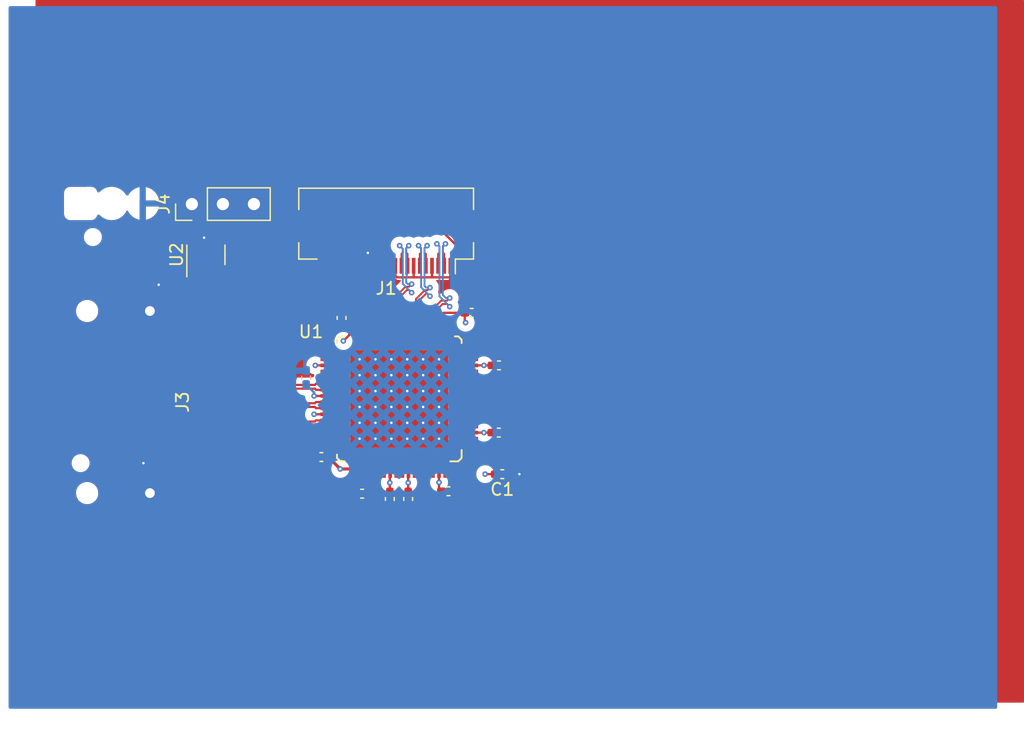
<source format=kicad_pcb>
(kicad_pcb (version 20210126) (generator pcbnew)
  (layers (0 "F.Cu" signal) (1 "In1.Cu" signal) (2 "In2.Cu" signal) (31 "B.Cu" signal) (34 "B.Paste" user) (35 "F.Paste" user) (36 "B.SilkS" user "B.Silkscreen") (37 "F.SilkS" user "F.Silkscreen") (38 "B.Mask" user) (39 "F.Mask" user) (44 "Edge.Cuts" user))
  (net 0 "")
  (net 1 "VCC_1.8")
  (net 2 "/LVDS/SDA1")
  (net 3 "/LVDS/SCL1")
  (net 4 "GND")
  (net 11 "/LVDS/DSI0_C_P")
  (net 12 "/LVDS/DSI0_C_N")
  (net 13 "/LVDS/DSI0_D1_P")
  (net 14 "/LVDS/DSI0_D1_N")
  (net 15 "/LVDS/DSI0_D0_P")
  (net 16 "/LVDS/DSI0_D0_N")
  (net 17 "VCC_3.3")
  (net 29 "/LVDS/CLKIN+")
  (net 30 "/LVDS/CLKIN-")
  (net 31 "/LVDS/RIN2+")
  (net 32 "/LVDS/RIN2-")
  (net 33 "/LVDS/RIN1+")
  (net 34 "/LVDS/RIN1-")
  (net 35 "/LVDS/RIN0+")
  (net 36 "/LVDS/RIN0-")
  (net 60 "Net-(J4-Pad2)")
  (net 63 "/LVDS/THERMISTOR2")
  (net 64 "/LVDS/THERMISTOR1")
  (net 65 "/LVDS/LED_CATHODE6")
  (net 66 "/LVDS/LED_CATHODE5")
  (net 67 "/LVDS/LED_CATHODE4")
  (net 68 "/LVDS/LED_CATHODE3")
  (net 69 "/LVDS/LED_CATHODE2")
  (net 70 "/LVDS/LED_CATHODE1")
  (net 71 "/LVDS/LED_ANODE")
  (net 72 "/LVDS/DDC_DATA")
  (net 73 "/LVDS/DDC_CLK")
  (footprint "footprints:SN65DSI83TPAPRQ1" (layer "F.Cu") (at 140.575 62.15 180)
    (fp_text reference "U1")
    (fp_text value "SN65DSI83TPAPRQ1" hide)
  )
  (footprint "Capacitor_SMD:C_0402_1005Metric_Pad0.74x0.62mm_HandSolder" (layer "F.Cu") (at 146.5 55.1)
    (fp_text reference "C8" hide)
    (fp_text value "100nF")
  )
  (footprint "Capacitor_SMD:C_0402_1005Metric_Pad0.74x0.62mm_HandSolder" (layer "F.Cu") (at 134.2 66.9 180)
    (fp_text reference "C2" hide)
    (fp_text value "100nF")
  )
  (footprint "Capacitor_SMD:C_0402_1005Metric_Pad0.74x0.62mm_HandSolder" (layer "F.Cu") (at 148.7175 64.9)
    (fp_text reference "C9" hide)
    (fp_text value "100nF")
  )
  (footprint "Capacitor_SMD:C_0402_1005Metric_Pad0.74x0.62mm_HandSolder" (layer "F.Cu") (at 137.5325 69.9)
    (fp_text reference "C7" hide)
    (fp_text value "100nF")
  )
  (footprint "Capacitor_SMD:C_0402_1005Metric_Pad0.74x0.62mm_HandSolder" (layer "F.Cu") (at 148.7325 59.4)
    (fp_text reference "C13" hide)
    (fp_text value "100nF")
  )
  (footprint "Capacitor_SMD:C_0402_1005Metric_Pad0.74x0.62mm_HandSolder" (layer "F.Cu") (at 141.3 70.3325 -90)
    (fp_text reference "C11" hide)
    (fp_text value "100nF")
  )
  (footprint "Capacitor_SMD:C_0402_1005Metric_Pad0.74x0.62mm_HandSolder" (layer "F.Cu") (at 139.8 70.3325 -90)
    (fp_text reference "C12" hide)
    (fp_text value "100nF")
  )
  (footprint "Package_TO_SOT_SMD:SOT-23-5" (layer "F.Cu") (at 124.75 50.35 90)
    (fp_text reference "U2")
    (fp_text value "MIC5504-1.8YM5")
  )
  (footprint "Connector_FFC-FPC:Hirose_FH12-22S-0.5SH_1x22-1MP_P0.50mm_Horizontal" (layer "F.Cu") (at 139.5 49.4 180)
    (fp_text reference "J1")
    (fp_text value "Conn_01x22_Female")
  )
  (footprint "Connector_PinHeader_2.54mm:PinHeader_1x03_P2.54mm_Vertical" (layer "F.Cu") (at 123.6 46.2 90)
    (fp_text reference "J4")
    (fp_text value "Conn_01x03_Female" hide)
  )
  (footprint "Capacitor_SMD:C_0402_1005Metric_Pad0.74x0.62mm_HandSolder" (layer "F.Cu") (at 144.6 69.7)
    (fp_text reference "C6" hide)
    (fp_text value "100nF")
  )
  (footprint "Capacitor_SMD:C_0402_1005Metric_Pad0.74x0.62mm_HandSolder" (layer "F.Cu") (at 135.85 55.5175 90)
    (fp_text reference "C4" hide)
    (fp_text value "100nF")
  )
  (footprint "Capacitor_SMD:C_0402_1005Metric_Pad0.74x0.62mm_HandSolder" (layer "F.Cu") (at 149 68.3)
    (fp_text reference "C1")
    (fp_text value "10uF")
  )
  (footprint "footprints:20474-030E-11" (layer "F.Cu") (at 121.736415 62.4 90)
    (fp_text reference "J3")
    (fp_text value "Conn_01x34_Female")
  )
  (footprint "Capacitor_SMD:C_0402_1005Metric_Pad0.74x0.62mm_HandSolder" (layer "B.Cu") (at 132.95 60.4 90)
    (fp_text reference "C5" hide)
    (fp_text value "100nF")
  )
  (segment (start 134.85 65.9) (end 134.85 66.8175) (width 0.19) (layer "F.Cu") (net 1))
  (segment (start 134.85 63.4) (end 133.6 63.4) (width 0.19) (layer "F.Cu") (net 1))
  (segment (start 148.15 64.9) (end 146.3 64.9) (width 0.19) (layer "F.Cu") (net 1))
  (segment (start 141.3 69.765) (end 141.3 67.900001) (width 0.19) (layer "F.Cu") (net 1))
  (segment (start 136.825 56.425) (end 136.475 56.425) (width 0.19) (layer "F.Cu") (net 1))
  (segment (start 144.0325 69.7) (end 143.825001 69.492501) (width 0.19) (layer "F.Cu") (net 1))
  (segment (start 148.4325 68.3) (end 147.6 68.3) (width 0.19) (layer "F.Cu") (net 1))
  (segment (start 136.475 56.925) (end 136 57.4) (width 0.19) (layer "F.Cu") (net 1))
  (segment (start 136.475 56.425) (end 136.475 56.925) (width 0.19) (layer "F.Cu") (net 1))
  (segment (start 143.825001 55.51) (end 144.235001 55.1) (width 0.19) (layer "F.Cu") (net 1))
  (segment (start 145.9325 55.1) (end 145.9325 55.8325) (width 0.19) (layer "F.Cu") (net 1))
  (segment (start 145.9325 55.8325) (end 146 55.9) (width 0.19) (layer "F.Cu") (net 1))
  (segment (start 144.235001 55.1) (end 145.9325 55.1) (width 0.19) (layer "F.Cu") (net 1))
  (segment (start 123.8 49.2125) (end 124.3375 49.2125) (width 0.254) (layer "F.Cu") (net 1))
  (segment (start 143.825001 69.492501) (end 143.825001 67.875) (width 0.19) (layer "F.Cu") (net 1))
  (segment (start 141.3 67.900001) (end 141.325001 67.875) (width 0.19) (layer "F.Cu") (net 1))
  (segment (start 136.825 67.875) (end 136.825 69.76) (width 0.25) (layer "F.Cu") (net 1))
  (segment (start 135.7425 67.875) (end 135.58375 67.71625) (width 0.25) (layer "F.Cu") (net 1))
  (segment (start 134.85 59.4) (end 133.7 59.4) (width 0.19) (layer "F.Cu") (net 1))
  (segment (start 133.7 61.9) (end 133.6 61.9) (width 0.19) (layer "F.Cu") (net 1))
  (segment (start 134.85 61.9) (end 133.7 61.9) (width 0.19) (layer "F.Cu") (net 1))
  (segment (start 139.8 67.899999) (end 139.824999 67.875) (width 0.19) (layer "F.Cu") (net 1))
  (segment (start 136.825 69.76) (end 136.965 69.9) (width 0.25) (layer "F.Cu") (net 1))
  (segment (start 134.85 66.8175) (end 134.7675 66.9) (width 0.19) (layer "F.Cu") (net 1))
  (segment (start 148.165 59.4) (end 146.3 59.4) (width 0.19) (layer "F.Cu") (net 1))
  (segment (start 143.825001 56.425) (end 143.825001 55.51) (width 0.19) (layer "F.Cu") (net 1))
  (segment (start 139.8 69.765) (end 139.8 67.899999) (width 0.19) (layer "F.Cu") (net 1))
  (segment (start 136.19 56.425) (end 135.85 56.085) (width 0.19) (layer "F.Cu") (net 1))
  (segment (start 136.475 56.425) (end 136.19 56.425) (width 0.19) (layer "F.Cu") (net 1))
  (segment (start 124.3375 49.2125) (end 124.6 48.95) (width 0.254) (layer "F.Cu") (net 1))
  (segment (start 135.58375 67.71625) (end 134.7675 66.9) (width 0.25) (layer "F.Cu") (net 1))
  (segment (start 136.825 67.875) (end 135.7425 67.875) (width 0.25) (layer "F.Cu") (net 1))
  (via (at 133.6 63.4) (size 0.45) (drill 0.2) (layers "F.Cu" "B.Cu") (net 1))
  (via (at 139.8 69) (size 0.45) (drill 0.2) (layers "F.Cu" "B.Cu") (net 1))
  (via (at 141.3 69) (size 0.45) (drill 0.2) (layers "F.Cu" "B.Cu") (net 1))
  (via (at 124.6 48.95) (size 0.45) (drill 0.2) (layers "F.Cu" "B.Cu") (net 1))
  (via (at 136 57.4) (size 0.45) (drill 0.2) (layers "F.Cu" "B.Cu") (net 1))
  (via (at 147.6 68.3) (size 0.45) (drill 0.2) (layers "F.Cu" "B.Cu") (net 1))
  (via (at 135.7425 67.875) (size 0.45) (drill 0.2) (layers "F.Cu" "B.Cu") (net 1))
  (via (at 147.5 64.9) (size 0.45) (drill 0.2) (layers "F.Cu" "B.Cu") (net 1))
  (via (at 133.7 59.4) (size 0.45) (drill 0.2) (layers "F.Cu" "B.Cu") (net 1))
  (via (at 133.6 61.9) (size 0.45) (drill 0.2) (layers "F.Cu" "B.Cu") (net 1))
  (via (at 146 55.9) (size 0.45) (drill 0.2) (layers "F.Cu" "B.Cu") (net 1))
  (via (at 147.5 59.4) (size 0.45) (drill 0.2) (layers "F.Cu" "B.Cu") (net 1))
  (via (at 143.825001 68.974999) (size 0.45) (drill 0.2) (layers "F.Cu" "B.Cu") (net 1))
  (segment (start 133.6 61.9) (end 133.6 61.6175) (width 0.19) (layer "B.Cu") (net 1))
  (segment (start 133.6 61.6175) (end 132.95 60.9675) (width 0.19) (layer "B.Cu") (net 1))
  (segment (start 148.2 52) (end 144.3 48.1) (width 0.19) (layer "F.Cu") (net 2))
  (segment (start 144.3 48.1) (end 136.6 48.1) (width 0.19) (layer "F.Cu") (net 2))
  (segment (start 136.6 48.1) (end 134.75 49.95) (width 0.19) (layer "F.Cu") (net 2))
  (segment (start 146.3 58.4) (end 148.2 56.5) (width 0.19) (layer "F.Cu") (net 2))
  (segment (start 134.75 49.95) (end 134.75 51.25) (width 0.19) (layer "F.Cu") (net 2))
  (segment (start 148.2 56.5) (end 148.2 52) (width 0.19) (layer "F.Cu") (net 2))
  (segment (start 147.8 52.13743) (end 144.26257 48.6) (width 0.19) (layer "F.Cu") (net 3))
  (segment (start 145.385 58.899999) (end 145.289989 58.804988) (width 0.19) (layer "F.Cu") (net 3))
  (segment (start 145.289989 58.804988) (end 145.289989 58.021992) (width 0.19) (layer "F.Cu") (net 3))
  (segment (start 144.26257 48.6) (end 136.7 48.6) (width 0.19) (layer "F.Cu") (net 3))
  (segment (start 147.8 55.511981) (end 147.8 52.13743) (width 0.19) (layer "F.Cu") (net 3))
  (segment (start 136.7 48.6) (end 135.25 50.05) (width 0.19) (layer "F.Cu") (net 3))
  (segment (start 145.289989 58.021992) (end 147.8 55.511981) (width 0.19) (layer "F.Cu") (net 3))
  (segment (start 135.25 50.05) (end 135.25 51.25) (width 0.19) (layer "F.Cu") (net 3))
  (segment (start 146.3 58.899999) (end 145.385 58.899999) (width 0.19) (layer "F.Cu") (net 3))
  (segment (start 118.636415 68.2) (end 117.973395 68.2) (width 0.19) (layer "F.Cu") (net 4))
  (segment (start 117.901404 62.335011) (end 118.036415 62.2) (width 0.19) (layer "F.Cu") (net 4))
  (segment (start 118.636415 61) (end 117.973395 61) (width 0.19) (layer "F.Cu") (net 4))
  (segment (start 141.75 52.160688) (end 141.784312 52.195) (width 0.19) (layer "F.Cu") (net 4))
  (segment (start 117.973395 63.4) (end 117.901404 63.328009) (width 0.19) (layer "F.Cu") (net 4))
  (segment (start 120.486415 54.03) (end 120.486415 53.2) (width 0.254) (layer "F.Cu") (net 4))
  (segment (start 144.75 52.25) (end 144.75 52.7825) (width 0.19) (layer "F.Cu") (net 4))
  (segment (start 117.901404 68.128009) (end 117.901404 64.671991) (width 0.19) (layer "F.Cu") (net 4))
  (segment (start 141.784312 52.195) (end 143.355 52.195) (width 0.19) (layer "F.Cu") (net 4))
  (segment (start 141.325001 56.425) (end 141.325001 58.799999) (width 0.19) (layer "F.Cu") (net 4))
  (segment (start 140.128009 52.185011) (end 140.25 52.06302) (width 0.19) (layer "F.Cu") (net 4))
  (segment (start 138.628009 50.314989) (end 138.75 50.43698) (width 0.19) (layer "F.Cu") (net 4))
  (segment (start 138.75 50.43698) (end 138.75 51.25) (width 0.19) (layer "F.Cu") (net 4))
  (segment (start 117.901404 63.328009) (end 117.901404 62.335011) (width 0.19) (layer "F.Cu") (net 4))
  (segment (start 138.324999 69.675001) (end 138.1 69.9) (width 0.25) (layer "F.Cu") (net 4))
  (segment (start 143.25 52.09) (end 143.355 52.195) (width 0.19) (layer "F.Cu") (net 4))
  (segment (start 144.695 52.195) (end 144.75 52.25) (width 0.19) (layer "F.Cu") (net 4))
  (segment (start 139.824999 56.425) (end 139.824999 58.799999) (width 0.19) (layer "F.Cu") (net 4))
  (segment (start 138.75 51.25) (end 138.75 52.09) (width 0.19) (layer "F.Cu") (net 4))
  (segment (start 137.985011 50.211495) (end 137.999422 50.197084) (width 0.19) (layer "F.Cu") (net 4))
  (segment (start 143.25 51.25) (end 143.25 52.09) (width 0.19) (layer "F.Cu") (net 4))
  (segment (start 143.355 52.195) (end 144.695 52.195) (width 0.19) (layer "F.Cu") (net 4))
  (segment (start 117.886415 64.51302) (end 117.886415 63.48698) (width 0.19) (layer "F.Cu") (net 4))
  (segment (start 118.036415 62.2) (end 118.636415 62.2) (width 0.19) (layer "F.Cu") (net 4))
  (segment (start 149.5675 68.3) (end 150.4 68.3) (width 0.19) (layer "F.Cu") (net 4))
  (segment (start 139.824999 58.799999) (end 139.924999 58.899999) (width 0.19) (layer "F.Cu") (net 4))
  (segment (start 117.973395 64.6) (end 117.886415 64.51302) (width 0.19) (layer "F.Cu") (net 4))
  (segment (start 137.25 52.06302) (end 137.25 51.25) (width 0.19) (layer "F.Cu") (net 4))
  (segment (start 144.75 51.25) (end 144.75 52.7825) (width 0.19) (layer "F.Cu") (net 4))
  (segment (start 140.38198 52.195) (end 140.25 52.06302) (width 0.19) (layer "F.Cu") (net 4))
  (segment (start 117.901404 64.671991) (end 117.973395 64.6) (width 0.19) (layer "F.Cu") (net 4))
  (segment (start 118.636415 68.2) (end 118.636415 69.1) (width 0.19) (layer "F.Cu") (net 4))
  (segment (start 137.25 50.41) (end 137.345011 50.314989) (width 0.19) (layer "F.Cu") (net 4))
  (segment (start 144.75 52.7825) (end 147.0675 55.1) (width 0.19) (layer "F.Cu") (net 4))
  (segment (start 117.886415 63.48698) (end 117.973395 63.4) (width 0.19) (layer "F.Cu") (net 4))
  (segment (start 120.486415 53.2) (end 120.886415 52.8) (width 0.254) (layer "F.Cu") (net 4))
  (segment (start 135.845011 52.185011) (end 137.128009 52.185011) (width 0.19) (layer "F.Cu") (net 4))
  (segment (start 138.324999 65.700003) (end 138.625001 65.400001) (width 0.19) (layer "F.Cu") (net 4))
  (segment (start 138.845011 52.185011) (end 140.128009 52.185011) (width 0.19) (layer "F.Cu") (net 4))
  (segment (start 117.901404 61.071991) (end 117.901404 62.064989) (width 0.19) (layer "F.Cu") (net 4))
  (segment (start 140.25 52.06302) (end 140.25 51.25) (width 0.19) (layer "F.Cu") (net 4))
  (segment (start 122.371415 54.03) (end 122.116415 54.03) (width 0.254) (layer "F.Cu") (net 4))
  (segment (start 138.75 52.09) (end 138.845011 52.185011) (width 0.19) (layer "F.Cu") (net 4))
  (segment (start 118.636415 63.4) (end 117.973395 63.4) (width 0.19) (layer "F.Cu") (net 4))
  (segment (start 137.985011 50.314989) (end 138.628009 50.314989) (width 0.19) (layer "F.Cu") (net 4))
  (segment (start 141.325001 58.799999) (end 141.225001 58.899999) (width 0.19) (layer "F.Cu") (net 4))
  (segment (start 122.116415 54.03) (end 120.886415 52.8) (width 0.254) (layer "F.Cu") (net 4))
  (segment (start 137.128009 52.185011) (end 137.25 52.06302) (width 0.19) (layer "F.Cu") (net 4))
  (segment (start 117.973395 68.2) (end 117.901404 68.128009) (width 0.19) (layer "F.Cu") (net 4))
  (segment (start 135.75 51.25) (end 135.75 52.09) (width 0.19) (layer "F.Cu") (net 4))
  (segment (start 117.973395 61) (end 117.901404 61.071991) (width 0.19) (layer "F.Cu") (net 4))
  (segment (start 141.75 51.25) (end 141.75 52.160688) (width 0.19) (layer "F.Cu") (net 4))
  (segment (start 137.985011 50.314989) (end 137.985011 50.211495) (width 0.19) (layer "F.Cu") (net 4))
  (segment (start 137.25 51.25) (end 137.25 50.41) (width 0.19) (layer "F.Cu") (net 4))
  (segment (start 138.324999 67.875) (end 138.324999 65.700003) (width 0.19) (layer "F.Cu") (net 4))
  (segment (start 117.901404 62.064989) (end 118.036415 62.2) (width 0.19) (layer "F.Cu") (net 4))
  (segment (start 137.345011 50.314989) (end 137.985011 50.314989) (width 0.19) (layer "F.Cu") (net 4))
  (segment (start 135.75 52.09) (end 135.845011 52.185011) (width 0.19) (layer "F.Cu") (net 4))
  (segment (start 141.784312 52.195) (end 140.38198 52.195) (width 0.19) (layer "F.Cu") (net 4))
  (segment (start 138.324999 67.875) (end 138.324999 69.675001) (width 0.25) (layer "F.Cu") (net 4))
  (segment (start 118.636415 64.6) (end 117.973395 64.6) (width 0.19) (layer "F.Cu") (net 4))
  (via (at 150.4 68.3) (size 0.45) (drill 0.2) (layers "F.Cu" "B.Cu") (net 4))
  (via (at 137.999422 50.197084) (size 0.45) (drill 0.2) (layers "F.Cu" "B.Cu") (net 4))
  (via (at 120.886415 52.8) (size 0.45) (drill 0.2) (layers "F.Cu" "B.Cu") (net 4))
  (segment (start 141.373 53.238505) (end 141.192369 53.238505) (width 0.15) (layer "F.Cu") (net 11))
  (segment (start 141.584495 53.45) (end 141.373 53.238505) (width 0.15) (layer "F.Cu") (net 11))
  (segment (start 141.192369 53.238505) (end 140.713505 53.717369) (width 0.15) (layer "F.Cu") (net 11))
  (segment (start 140.713505 55.226004) (end 140.825 55.337499) (width 0.15) (layer "F.Cu") (net 11))
  (segment (start 140.713505 53.717369) (end 140.713505 55.226004) (width 0.15) (layer "F.Cu") (net 11))
  (segment (start 140.861495 50.163504) (end 140.75 50.274999) (width 0.15) (layer "F.Cu") (net 11))
  (segment (start 140.75 50.274999) (end 140.75 51.25) (width 0.15) (layer "F.Cu") (net 11))
  (segment (start 140.6 49.6) (end 140.861495 49.861495) (width 0.15) (layer "F.Cu") (net 11))
  (segment (start 140.861495 49.861495) (end 140.861495 50.163504) (width 0.15) (layer "F.Cu") (net 11))
  (segment (start 140.825 55.337499) (end 140.825 56.425) (width 0.15) (layer "F.Cu") (net 11))
  (via (at 140.6 49.6) (size 0.45) (drill 0.2) (layers "F.Cu" "B.Cu") (net 11))
  (via (at 141.584495 53.45) (size 0.45) (drill 0.2) (layers "F.Cu" "B.Cu") (net 11))
  (segment (start 140.6 49.6) (end 140.861495 49.861495) (width 0.15) (layer "B.Cu") (net 11))
  (segment (start 140.861495 52.727) (end 140.861495 49.861495) (width 0.15) (layer "B.Cu") (net 11))
  (segment (start 140.861495 52.727) (end 141.584495 53.45) (width 0.15) (layer "B.Cu") (net 11))
  (segment (start 140.354977 54.456026) (end 140.377138 54.448271) (width 0.15) (layer "F.Cu") (net 12))
  (segment (start 140.286153 54.748271) (end 140.266273 54.73578) (width 0.15) (layer "F.Cu") (net 12))
  (segment (start 140.354977 54.761283) (end 140.308314 54.756026) (width 0.15) (layer "F.Cu") (net 12))
  (segment (start 140.377138 54.448271) (end 140.397018 54.43578) (width 0.15) (layer "F.Cu") (net 12))
  (segment (start 140.325 56.425) (end 140.325 55.337499) (width 0.15) (layer "F.Cu") (net 12))
  (segment (start 140.226795 54.653805) (end 140.226795 54.563505) (width 0.15) (layer "F.Cu") (net 12))
  (segment (start 140.226795 54.563505) (end 140.229424 54.540173) (width 0.15) (layer "F.Cu") (net 12))
  (segment (start 140.286153 54.469038) (end 140.308314 54.461283) (width 0.15) (layer "F.Cu") (net 12))
  (segment (start 140.229424 54.540173) (end 140.237179 54.518012) (width 0.15) (layer "F.Cu") (net 12))
  (segment (start 141.138505 49.811495) (end 141.138505 50.163504) (width 0.15) (layer "F.Cu") (net 12))
  (segment (start 140.308314 54.756026) (end 140.286153 54.748271) (width 0.15) (layer "F.Cu") (net 12))
  (segment (start 140.436495 53.602627) (end 141.077627 52.961495) (width 0.15) (layer "F.Cu") (net 12))
  (segment (start 140.377138 54.769038) (end 140.354977 54.761283) (width 0.15) (layer "F.Cu") (net 12))
  (segment (start 140.229424 54.677136) (end 140.226795 54.653805) (width 0.15) (layer "F.Cu") (net 12))
  (segment (start 141.077627 52.961495) (end 141.373 52.961495) (width 0.15) (layer "F.Cu") (net 12))
  (segment (start 140.308314 54.461283) (end 140.354977 54.456026) (width 0.15) (layer "F.Cu") (net 12))
  (segment (start 141.35 49.6) (end 141.138505 49.811495) (width 0.15) (layer "F.Cu") (net 12))
  (segment (start 140.237179 54.518012) (end 140.24967 54.498132) (width 0.15) (layer "F.Cu") (net 12))
  (segment (start 140.237179 54.699297) (end 140.229424 54.677136) (width 0.15) (layer "F.Cu") (net 12))
  (segment (start 140.436495 55.226004) (end 140.436495 54.863505) (width 0.15) (layer "F.Cu") (net 12))
  (segment (start 140.426112 54.399297) (end 140.433867 54.377136) (width 0.15) (layer "F.Cu") (net 12))
  (segment (start 140.397018 54.781529) (end 140.377138 54.769038) (width 0.15) (layer "F.Cu") (net 12))
  (segment (start 140.266273 54.481529) (end 140.286153 54.469038) (width 0.15) (layer "F.Cu") (net 12))
  (segment (start 141.373 52.961495) (end 141.584495 52.75) (width 0.15) (layer "F.Cu") (net 12))
  (segment (start 140.436495 54.374508) (end 140.433867 54.377136) (width 0.15) (layer "F.Cu") (net 12))
  (segment (start 140.266273 54.73578) (end 140.24967 54.719177) (width 0.15) (layer "F.Cu") (net 12))
  (segment (start 141.25 50.274999) (end 141.25 51.25) (width 0.15) (layer "F.Cu") (net 12))
  (segment (start 140.397018 54.43578) (end 140.413621 54.419177) (width 0.15) (layer "F.Cu") (net 12))
  (segment (start 140.436495 54.863505) (end 140.433867 54.840173) (width 0.15) (layer "F.Cu") (net 12))
  (segment (start 140.24967 54.719177) (end 140.237179 54.699297) (width 0.15) (layer "F.Cu") (net 12))
  (segment (start 140.413621 54.798132) (end 140.397018 54.781529) (width 0.15) (layer "F.Cu") (net 12))
  (segment (start 140.433867 54.377136) (end 140.436495 54.353805) (width 0.15) (layer "F.Cu") (net 12))
  (segment (start 140.433867 54.840173) (end 140.426112 54.818012) (width 0.15) (layer "F.Cu") (net 12))
  (segment (start 140.436495 53.602627) (end 140.436495 54.374508) (width 0.15) (layer "F.Cu") (net 12))
  (segment (start 140.413621 54.419177) (end 140.426112 54.399297) (width 0.15) (layer "F.Cu") (net 12))
  (segment (start 140.24967 54.498132) (end 140.266273 54.481529) (width 0.15) (layer "F.Cu") (net 12))
  (segment (start 141.138505 50.163504) (end 141.25 50.274999) (width 0.15) (layer "F.Cu") (net 12))
  (segment (start 140.426112 54.818012) (end 140.413621 54.798132) (width 0.15) (layer "F.Cu") (net 12))
  (segment (start 140.325 55.337499) (end 140.436495 55.226004) (width 0.15) (layer "F.Cu") (net 12))
  (via (at 141.584495 52.75) (size 0.45) (drill 0.2) (layers "F.Cu" "B.Cu") (net 12))
  (via (at 141.35 49.6) (size 0.45) (drill 0.2) (layers "F.Cu" "B.Cu") (net 12))
  (segment (start 141.157941 52.222119) (end 141.169068 52.220866) (width 0.15) (layer "B.Cu") (net 12))
  (segment (start 141.139131 51.902056) (end 141.138505 51.896493) (width 0.15) (layer "B.Cu") (net 12))
  (segment (start 141.174352 51.923968) (end 141.169068 51.922119) (width 0.15) (layer "B.Cu") (net 12))
  (segment (start 141.169068 52.220866) (end 141.174352 52.219017) (width 0.15) (layer "B.Cu") (net 12))
  (segment (start 141.139131 52.240929) (end 141.14098 52.235645) (width 0.15) (layer "B.Cu") (net 12))
  (segment (start 141.143959 52.230905) (end 141.147917 52.226947) (width 0.15) (layer "B.Cu") (net 12))
  (segment (start 141.152657 52.223968) (end 141.157941 52.222119) (width 0.15) (layer "B.Cu") (net 12))
  (segment (start 141.584495 52.75) (end 141.276247 52.75) (width 0.15) (layer "B.Cu") (net 12))
  (segment (start 141.138505 52.246493) (end 141.139131 52.240929) (width 0.15) (layer "B.Cu") (net 12))
  (segment (start 141.152657 51.919017) (end 141.147917 51.916038) (width 0.15) (layer "B.Cu") (net 12))
  (segment (start 141.169068 51.922119) (end 141.157941 51.920866) (width 0.15) (layer "B.Cu") (net 12))
  (segment (start 141.276247 52.75) (end 141.138505 52.612258) (width 0.15) (layer "B.Cu") (net 12))
  (segment (start 141.14098 52.235645) (end 141.143959 52.230905) (width 0.15) (layer "B.Cu") (net 12))
  (segment (start 141.188505 52.196493) (end 141.188505 51.946493) (width 0.15) (layer "B.Cu") (net 12))
  (segment (start 141.138505 52.612258) (end 141.138505 52.246493) (width 0.15) (layer "B.Cu") (net 12))
  (segment (start 141.14098 51.90734) (end 141.139131 51.902056) (width 0.15) (layer "B.Cu") (net 12))
  (segment (start 141.157941 51.920866) (end 141.152657 51.919017) (width 0.15) (layer "B.Cu") (net 12))
  (segment (start 141.187878 51.940929) (end 141.186029 51.935645) (width 0.15) (layer "B.Cu") (net 12))
  (segment (start 141.186029 52.20734) (end 141.187878 52.202056) (width 0.15) (layer "B.Cu") (net 12))
  (segment (start 141.188505 51.946493) (end 141.187878 51.940929) (width 0.15) (layer "B.Cu") (net 12))
  (segment (start 141.138505 49.811495) (end 141.138505 51.896493) (width 0.15) (layer "B.Cu") (net 12))
  (segment (start 141.179092 51.926947) (end 141.174352 51.923968) (width 0.15) (layer "B.Cu") (net 12))
  (segment (start 141.18305 52.21208) (end 141.186029 52.20734) (width 0.15) (layer "B.Cu") (net 12))
  (segment (start 141.147917 51.916038) (end 141.143959 51.91208) (width 0.15) (layer "B.Cu") (net 12))
  (segment (start 141.174352 52.219017) (end 141.179092 52.216038) (width 0.15) (layer "B.Cu") (net 12))
  (segment (start 141.186029 51.935645) (end 141.18305 51.930905) (width 0.15) (layer "B.Cu") (net 12))
  (segment (start 141.147917 52.226947) (end 141.152657 52.223968) (width 0.15) (layer "B.Cu") (net 12))
  (segment (start 141.143959 51.91208) (end 141.14098 51.90734) (width 0.15) (layer "B.Cu") (net 12))
  (segment (start 141.179092 52.216038) (end 141.18305 52.21208) (width 0.15) (layer "B.Cu") (net 12))
  (segment (start 141.187878 52.202056) (end 141.188505 52.196493) (width 0.15) (layer "B.Cu") (net 12))
  (segment (start 141.138505 49.811495) (end 141.35 49.6) (width 0.15) (layer "B.Cu") (net 12))
  (segment (start 141.18305 51.930905) (end 141.179092 51.926947) (width 0.15) (layer "B.Cu") (net 12))
  (segment (start 142.213504 54.082372) (end 142.770471 53.525405) (width 0.15) (layer "F.Cu") (net 13))
  (segment (start 142.361495 50.163504) (end 142.25 50.274999) (width 0.15) (layer "F.Cu") (net 13))
  (segment (start 142.324999 55.337499) (end 142.213504 55.226004) (width 0.15) (layer "F.Cu") (net 13))
  (segment (start 142.324999 56.425) (end 142.324999 55.337499) (width 0.15) (layer "F.Cu") (net 13))
  (segment (start 142.770471 53.525405) (end 142.873 53.525405) (width 0.15) (layer "F.Cu") (net 13))
  (segment (start 142.25 50.274999) (end 142.25 51.25) (width 0.15) (layer "F.Cu") (net 13))
  (segment (start 142.873 53.525405) (end 143.084495 53.7369) (width 0.15) (layer "F.Cu") (net 13))
  (segment (start 142.15 49.6) (end 142.361495 49.811495) (width 0.15) (layer "F.Cu") (net 13))
  (segment (start 142.361495 49.811495) (end 142.361495 50.163504) (width 0.15) (layer "F.Cu") (net 13))
  (segment (start 142.213504 55.226004) (end 142.213504 54.082372) (width 0.15) (layer "F.Cu") (net 13))
  (via (at 143.084495 53.7369) (size 0.45) (drill 0.2) (layers "F.Cu" "B.Cu") (net 13))
  (via (at 142.15 49.6) (size 0.45) (drill 0.2) (layers "F.Cu" "B.Cu") (net 13))
  (segment (start 143.084495 53.7369) (end 142.361495 53.0139) (width 0.15) (layer "B.Cu") (net 13))
  (segment (start 142.361495 49.811495) (end 142.15 49.6) (width 0.15) (layer "B.Cu") (net 13))
  (segment (start 142.361495 53.0139) (end 142.361495 49.811495) (width 0.15) (layer "B.Cu") (net 13))
  (segment (start 141.936495 54.513508) (end 141.936494 53.96763) (width 0.15) (layer "F.Cu") (net 14))
  (segment (start 141.917059 54.939131) (end 141.905933 54.937877) (width 0.15) (layer "F.Cu") (net 14))
  (segment (start 141.888972 54.924351) (end 141.887123 54.919066) (width 0.15) (layer "F.Cu") (net 14))
  (segment (start 142.873 53.248395) (end 143.084495 53.0369) (width 0.15) (layer "F.Cu") (net 14))
  (segment (start 142.85 49.6) (end 142.638505 49.811495) (width 0.15) (layer "F.Cu") (net 14))
  (segment (start 142.75 50.274999) (end 142.75 51.25) (width 0.15) (layer "F.Cu") (net 14))
  (segment (start 142.655729 53.248395) (end 142.873 53.248395) (width 0.15) (layer "F.Cu") (net 14))
  (segment (start 141.887125 54.657939) (end 141.888974 54.652655) (width 0.15) (layer "F.Cu") (net 14))
  (segment (start 141.936495 55.226004) (end 141.936495 54.963505) (width 0.15) (layer "F.Cu") (net 14))
  (segment (start 141.934023 54.62435) (end 141.935872 54.619066) (width 0.15) (layer "F.Cu") (net 14))
  (segment (start 141.927086 54.633048) (end 141.931044 54.62909) (width 0.15) (layer "F.Cu") (net 14))
  (segment (start 141.887123 54.919066) (end 141.886497 54.913503) (width 0.15) (layer "F.Cu") (net 14))
  (segment (start 141.936494 53.96763) (end 142.655729 53.248395) (width 0.15) (layer "F.Cu") (net 14))
  (segment (start 141.891951 54.929091) (end 141.888972 54.924351) (width 0.15) (layer "F.Cu") (net 14))
  (segment (start 141.922343 54.94098) (end 141.917059 54.939131) (width 0.15) (layer "F.Cu") (net 14))
  (segment (start 141.935872 54.619066) (end 141.936499 54.613503) (width 0.15) (layer "F.Cu") (net 14))
  (segment (start 141.825 55.337499) (end 141.936495 55.226004) (width 0.15) (layer "F.Cu") (net 14))
  (segment (start 141.895911 54.643957) (end 141.900651 54.640978) (width 0.15) (layer "F.Cu") (net 14))
  (segment (start 141.927083 54.943959) (end 141.922343 54.94098) (width 0.15) (layer "F.Cu") (net 14))
  (segment (start 141.931044 54.62909) (end 141.934023 54.62435) (width 0.15) (layer "F.Cu") (net 14))
  (segment (start 141.935869 54.957941) (end 141.93402 54.952657) (width 0.15) (layer "F.Cu") (net 14))
  (segment (start 141.936499 54.613503) (end 141.936496 54.663505) (width 0.15) (layer "F.Cu") (net 14))
  (segment (start 141.917062 54.637876) (end 141.922346 54.636027) (width 0.15) (layer "F.Cu") (net 14))
  (segment (start 141.891952 54.647915) (end 141.895911 54.643957) (width 0.15) (layer "F.Cu") (net 14))
  (segment (start 141.905935 54.639129) (end 141.917062 54.637876) (width 0.15) (layer "F.Cu") (net 14))
  (segment (start 141.900649 54.936028) (end 141.895909 54.933049) (width 0.15) (layer "F.Cu") (net 14))
  (segment (start 141.931041 54.947917) (end 141.927083 54.943959) (width 0.15) (layer "F.Cu") (net 14))
  (segment (start 142.638505 49.811495) (end 142.638505 50.163504) (width 0.15) (layer "F.Cu") (net 14))
  (segment (start 141.922346 54.636027) (end 141.927086 54.633048) (width 0.15) (layer "F.Cu") (net 14))
  (segment (start 141.886498 54.663503) (end 141.887125 54.657939) (width 0.15) (layer "F.Cu") (net 14))
  (segment (start 141.888974 54.652655) (end 141.891952 54.647915) (width 0.15) (layer "F.Cu") (net 14))
  (segment (start 141.895909 54.933049) (end 141.891951 54.929091) (width 0.15) (layer "F.Cu") (net 14))
  (segment (start 141.886497 54.913503) (end 141.886498 54.663503) (width 0.15) (layer "F.Cu") (net 14))
  (segment (start 141.900651 54.640978) (end 141.905935 54.639129) (width 0.15) (layer "F.Cu") (net 14))
  (segment (start 141.905933 54.937877) (end 141.900649 54.936028) (width 0.15) (layer "F.Cu") (net 14))
  (segment (start 141.936496 54.663505) (end 141.936495 54.513508) (width 0.15) (layer "F.Cu") (net 14))
  (segment (start 141.936495 54.963505) (end 141.935869 54.957941) (width 0.15) (layer "F.Cu") (net 14))
  (segment (start 141.93402 54.952657) (end 141.931041 54.947917) (width 0.15) (layer "F.Cu") (net 14))
  (segment (start 142.638505 50.163504) (end 142.75 50.274999) (width 0.15) (layer "F.Cu") (net 14))
  (segment (start 141.825 56.425) (end 141.825 55.337499) (width 0.15) (layer "F.Cu") (net 14))
  (via (at 142.85 49.6) (size 0.45) (drill 0.2) (layers "F.Cu" "B.Cu") (net 14))
  (via (at 143.084495 53.0369) (size 0.45) (drill 0.2) (layers "F.Cu" "B.Cu") (net 14))
  (segment (start 143.084495 53.0369) (end 142.776247 53.0369) (width 0.15) (layer "B.Cu") (net 14))
  (segment (start 142.638505 49.811495) (end 142.85 49.6) (width 0.15) (layer "B.Cu") (net 14))
  (segment (start 142.638505 52.899158) (end 142.638505 49.811495) (width 0.15) (layer "B.Cu") (net 14))
  (segment (start 142.776247 53.0369) (end 142.638505 52.899158) (width 0.15) (layer "B.Cu") (net 14))
  (segment (start 143.75 50.274999) (end 143.75 51.25) (width 0.15) (layer "F.Cu") (net 15))
  (segment (start 143.325 56.425) (end 143.325 55.849999) (width 0.15) (layer "F.Cu") (net 15))
  (segment (start 143.325 55.849999) (end 143.213505 55.738504) (width 0.15) (layer "F.Cu") (net 15))
  (segment (start 143.861495 50.163504) (end 143.75 50.274999) (width 0.15) (layer "F.Cu") (net 15))
  (segment (start 144.488505 54.378505) (end 144.7 54.59) (width 0.15) (layer "F.Cu") (net 15))
  (segment (start 143.65 49.45) (end 143.861495 49.661495) (width 0.15) (layer "F.Cu") (net 15))
  (segment (start 143.213505 55.738504) (end 143.213505 55.282371) (width 0.15) (layer "F.Cu") (net 15))
  (segment (start 143.213505 55.282371) (end 144.117371 54.378505) (width 0.15) (layer "F.Cu") (net 15))
  (segment (start 144.117371 54.378505) (end 144.488505 54.378505) (width 0.15) (layer "F.Cu") (net 15))
  (segment (start 143.861495 49.661495) (end 143.861495 50.163504) (width 0.15) (layer "F.Cu") (net 15))
  (via (at 144.7 54.59) (size 0.45) (drill 0.2) (layers "F.Cu" "B.Cu") (net 15))
  (via (at 143.65 49.45) (size 0.45) (drill 0.2) (layers "F.Cu" "B.Cu") (net 15))
  (segment (start 144.7 54.59) (end 143.861495 53.751495) (width 0.15) (layer "B.Cu") (net 15))
  (segment (start 143.861495 53.751495) (end 143.861495 49.661495) (width 0.15) (layer "B.Cu") (net 15))
  (segment (start 143.861495 49.661495) (end 143.65 49.45) (width 0.15) (layer "B.Cu") (net 15))
  (segment (start 143.105554 54.971083) (end 143.098573 54.96233) (width 0.15) (layer "F.Cu") (net 16))
  (segment (start 143.349552 54.754575) (end 143.314196 54.789929) (width 0.15) (layer "F.Cu") (net 16))
  (segment (start 143.314196 54.789929) (end 143.420261 54.683863) (width 0.15) (layer "F.Cu") (net 16))
  (segment (start 143.318573 54.758066) (end 143.323616 54.760496) (width 0.15) (layer "F.Cu") (net 16))
  (segment (start 143.309819 54.751084) (end 143.318573 54.758066) (width 0.15) (layer "F.Cu") (net 16))
  (segment (start 143.098573 54.935728) (end 143.102062 54.931352) (width 0.15) (layer "F.Cu") (net 16))
  (segment (start 143.094897 54.951829) (end 143.094897 54.946231) (width 0.15) (layer "F.Cu") (net 16))
  (segment (start 144.138505 50.163504) (end 144.25 50.274999) (width 0.15) (layer "F.Cu") (net 16))
  (segment (start 143.420261 54.683863) (end 144.002629 54.101495) (width 0.15) (layer "F.Cu") (net 16))
  (segment (start 143.345175 54.758066) (end 143.349552 54.754575) (width 0.15) (layer "F.Cu") (net 16))
  (segment (start 143.096143 54.940773) (end 143.098573 54.935728) (width 0.15) (layer "F.Cu") (net 16))
  (segment (start 143.27884 54.754575) (end 143.283217 54.751084) (width 0.15) (layer "F.Cu") (net 16))
  (segment (start 143.323616 54.760496) (end 143.329074 54.761742) (width 0.15) (layer "F.Cu") (net 16))
  (segment (start 143.304774 54.748656) (end 143.309819 54.751084) (width 0.15) (layer "F.Cu") (net 16))
  (segment (start 142.936496 55.738504) (end 142.936496 55.167628) (width 0.15) (layer "F.Cu") (net 16))
  (segment (start 143.293719 54.74741) (end 143.299317 54.74741) (width 0.15) (layer "F.Cu") (net 16))
  (segment (start 143.107982 54.976128) (end 143.105554 54.971083) (width 0.15) (layer "F.Cu") (net 16))
  (segment (start 142.936496 55.167628) (end 143.102062 55.002062) (width 0.15) (layer "F.Cu") (net 16))
  (segment (start 144.488505 54.101495) (end 144.7 53.89) (width 0.15) (layer "F.Cu") (net 16))
  (segment (start 143.096143 54.957287) (end 143.094897 54.951829) (width 0.15) (layer "F.Cu") (net 16))
  (segment (start 143.109228 54.981586) (end 143.107982 54.976128) (width 0.15) (layer "F.Cu") (net 16))
  (segment (start 143.299317 54.74741) (end 143.304774 54.748656) (width 0.15) (layer "F.Cu") (net 16))
  (segment (start 143.334672 54.761742) (end 143.34013 54.760496) (width 0.15) (layer "F.Cu") (net 16))
  (segment (start 143.329074 54.761742) (end 143.334672 54.761742) (width 0.15) (layer "F.Cu") (net 16))
  (segment (start 143.102062 54.931352) (end 143.27884 54.754575) (width 0.15) (layer "F.Cu") (net 16))
  (segment (start 144.25 50.274999) (end 144.25 51.25) (width 0.15) (layer "F.Cu") (net 16))
  (segment (start 142.825001 56.425) (end 142.825001 55.849999) (width 0.15) (layer "F.Cu") (net 16))
  (segment (start 143.107982 54.992642) (end 143.109228 54.987184) (width 0.15) (layer "F.Cu") (net 16))
  (segment (start 143.28826 54.748656) (end 143.293719 54.74741) (width 0.15) (layer "F.Cu") (net 16))
  (segment (start 143.094897 54.946231) (end 143.096143 54.940773) (width 0.15) (layer "F.Cu") (net 16))
  (segment (start 143.105554 54.997685) (end 143.107982 54.992642) (width 0.15) (layer "F.Cu") (net 16))
  (segment (start 143.102062 55.002062) (end 143.105554 54.997685) (width 0.15) (layer "F.Cu") (net 16))
  (segment (start 144.002629 54.101495) (end 144.488505 54.101495) (width 0.15) (layer "F.Cu") (net 16))
  (segment (start 144.35 49.45) (end 144.138505 49.661495) (width 0.15) (layer "F.Cu") (net 16))
  (segment (start 143.098573 54.96233) (end 143.096143 54.957287) (width 0.15) (layer "F.Cu") (net 16))
  (segment (start 143.109228 54.987184) (end 143.109228 54.981586) (width 0.15) (layer "F.Cu") (net 16))
  (segment (start 143.34013 54.760496) (end 143.345175 54.758066) (width 0.15) (layer "F.Cu") (net 16))
  (segment (start 142.825001 55.849999) (end 142.936496 55.738504) (width 0.15) (layer "F.Cu") (net 16))
  (segment (start 143.283217 54.751084) (end 143.28826 54.748656) (width 0.15) (layer "F.Cu") (net 16))
  (segment (start 144.138505 49.661495) (end 144.138505 50.163504) (width 0.15) (layer "F.Cu") (net 16))
  (via (at 144.35 49.45) (size 0.45) (drill 0.2) (layers "F.Cu" "B.Cu") (net 16))
  (via (at 144.7 53.89) (size 0.45) (drill 0.2) (layers "F.Cu" "B.Cu") (net 16))
  (segment (start 144.7 53.89) (end 144.391752 53.89) (width 0.15) (layer "B.Cu") (net 16))
  (segment (start 144.138505 53.636753) (end 144.138505 49.661495) (width 0.15) (layer "B.Cu") (net 16))
  (segment (start 144.391752 53.89) (end 144.138505 53.636753) (width 0.15) (layer "B.Cu") (net 16))
  (segment (start 144.138505 49.661495) (end 144.35 49.45) (width 0.15) (layer "B.Cu") (net 16))
  (segment (start 118.636415 67) (end 119.236415 67) (width 0.19) (layer "F.Cu") (net 17))
  (segment (start 119.236415 67.8) (end 119.636415 67.4) (width 0.19) (layer "F.Cu") (net 17))
  (segment (start 123.6 46.65) (end 123.6 46.2) (width 0.254) (layer "F.Cu") (net 17))
  (segment (start 123.18298 47.06702) (end 123.6 46.65) (width 0.254) (layer "F.Cu") (net 17))
  (segment (start 118.636415 67.4) (end 119.636415 67.4) (width 0.19) (layer "F.Cu") (net 17))
  (segment (start 123.18298 50.87048) (end 123.18298 47.06702) (width 0.254) (layer "F.Cu") (net 17))
  (segment (start 118.636415 67.8) (end 119.236415 67.8) (width 0.19) (layer "F.Cu") (net 17))
  (segment (start 119.236415 67) (end 119.636415 67.4) (width 0.19) (layer "F.Cu") (net 17))
  (segment (start 123.8 51.4875) (end 123.18298 50.87048) (width 0.254) (layer "F.Cu") (net 17))
  (via (at 119.636415 67.4) (size 0.45) (drill 0.2) (layers "F.Cu" "B.Cu") (net 17))
  (segment (start 124.463504 61.520983) (end 124.470621 61.52018) (width 0.18) (layer "F.Cu") (net 29))
  (segment (start 123.816084 60.996495) (end 122.922831 60.996495) (width 0.18) (layer "F.Cu") (net 29))
  (segment (start 124.5035 61.244827) (end 124.527123 61.177316) (width 0.18) (layer "F.Cu") (net 29))
  (segment (start 124.136294 61.496112) (end 124.138659 61.502874) (width 0.18) (layer "F.Cu") (net 29))
  (segment (start 124.14247 61.508939) (end 124.147535 61.514004) (width 0.18) (layer "F.Cu") (net 29))
  (segment (start 124.483448 61.514004) (end 124.488513 61.508939) (width 0.18) (layer "F.Cu") (net 29))
  (segment (start 124.494689 61.496112) (end 124.495492 61.488995) (width 0.18) (layer "F.Cu") (net 29))
  (segment (start 118.636415 61.4) (end 119.311416 61.4) (width 0.18) (layer "F.Cu") (net 29))
  (segment (start 124.565176 61.116755) (end 124.615752 61.066179) (width 0.18) (layer "F.Cu") (net 29))
  (segment (start 124.127483 61.244827) (end 124.135492 61.315902) (width 0.18) (layer "F.Cu") (net 29))
  (segment (start 124.488513 61.508939) (end 124.492324 61.502874) (width 0.18) (layer "F.Cu") (net 29))
  (segment (start 124.015231 61.066179) (end 124.065807 61.116755) (width 0.18) (layer "F.Cu") (net 29))
  (segment (start 124.1536 61.517815) (end 124.160362 61.52018) (width 0.18) (layer "F.Cu") (net 29))
  (segment (start 124.477383 61.517815) (end 124.483448 61.514004) (width 0.18) (layer "F.Cu") (net 29))
  (segment (start 119.311416 61.4) (end 119.357911 61.446495) (width 0.18) (layer "F.Cu") (net 29))
  (segment (start 119.357911 61.446495) (end 122.47283 61.446495) (width 0.18) (layer "F.Cu") (net 29))
  (segment (start 124.160362 61.52018) (end 124.16748 61.520983) (width 0.18) (layer "F.Cu") (net 29))
  (segment (start 124.138659 61.502874) (end 124.14247 61.508939) (width 0.18) (layer "F.Cu") (net 29))
  (segment (start 133.762499 60.9) (end 134.85 60.9) (width 0.18) (layer "F.Cu") (net 29))
  (segment (start 122.859663 61.059663) (end 122.92283 60.996495) (width 0.18) (layer "F.Cu") (net 29))
  (segment (start 123.887159 61.004503) (end 123.95467 61.028126) (width 0.18) (layer "F.Cu") (net 29))
  (segment (start 133.666004 60.996495) (end 133.762499 60.9) (width 0.18) (layer "F.Cu") (net 29))
  (segment (start 124.135492 61.315902) (end 124.135492 61.488995) (width 0.18) (layer "F.Cu") (net 29))
  (segment (start 124.470621 61.52018) (end 124.477383 61.517815) (width 0.18) (layer "F.Cu") (net 29))
  (segment (start 124.676313 61.028126) (end 124.743824 61.004503) (width 0.18) (layer "F.Cu") (net 29))
  (segment (start 123.95467 61.028126) (end 124.015231 61.066179) (width 0.18) (layer "F.Cu") (net 29))
  (segment (start 123.816084 60.996495) (end 123.887159 61.004503) (width 0.18) (layer "F.Cu") (net 29))
  (segment (start 124.495492 61.315902) (end 124.5035 61.244827) (width 0.18) (layer "F.Cu") (net 29))
  (segment (start 124.065807 61.116755) (end 124.10386 61.177316) (width 0.18) (layer "F.Cu") (net 29))
  (segment (start 124.743824 61.004503) (end 124.814899 60.996495) (width 0.18) (layer "F.Cu") (net 29))
  (segment (start 124.135492 61.488995) (end 124.136294 61.496112) (width 0.18) (layer "F.Cu") (net 29))
  (segment (start 124.495492 61.488995) (end 124.495492 61.315902) (width 0.18) (layer "F.Cu") (net 29))
  (segment (start 124.615752 61.066179) (end 124.676313 61.028126) (width 0.18) (layer "F.Cu") (net 29))
  (segment (start 124.527123 61.177316) (end 124.565176 61.116755) (width 0.18) (layer "F.Cu") (net 29))
  (segment (start 124.814899 60.996495) (end 133.666004 60.996495) (width 0.18) (layer "F.Cu") (net 29))
  (segment (start 124.10386 61.177316) (end 124.127483 61.244827) (width 0.18) (layer "F.Cu") (net 29))
  (segment (start 122.922831 60.996495) (end 122.859663 61.059663) (width 0.18) (layer "F.Cu") (net 29))
  (segment (start 124.16748 61.520983) (end 124.463504 61.520983) (width 0.18) (layer "F.Cu") (net 29))
  (segment (start 124.492324 61.502874) (end 124.494689 61.496112) (width 0.18) (layer "F.Cu") (net 29))
  (segment (start 122.47283 61.446495) (end 122.859663 61.059663) (width 0.18) (layer "F.Cu") (net 29))
  (segment (start 124.147535 61.514004) (end 124.1536 61.517815) (width 0.18) (layer "F.Cu") (net 29))
  (segment (start 124.794491 61.579658) (end 124.8025 61.508583) (width 0.18) (layer "F.Cu") (net 30))
  (segment (start 123.81644 61.310481) (end 123.821505 61.315546) (width 0.18) (layer "F.Cu") (net 30))
  (segment (start 123.796496 61.303503) (end 123.050001 61.303503) (width 0.18) (layer "F.Cu") (net 30))
  (segment (start 124.483092 61.827991) (end 124.554167 61.819982) (width 0.18) (layer "F.Cu") (net 30))
  (segment (start 123.827681 61.328373) (end 123.828484 61.335491) (width 0.18) (layer "F.Cu") (net 30))
  (segment (start 123.836492 61.579658) (end 123.860115 61.647169) (width 0.18) (layer "F.Cu") (net 30))
  (segment (start 124.147891 61.827991) (end 124.483092 61.827991) (width 0.18) (layer "F.Cu") (net 30))
  (segment (start 123.828484 61.508583) (end 123.836492 61.579658) (width 0.18) (layer "F.Cu") (net 30))
  (segment (start 123.810375 61.30667) (end 123.81644 61.310481) (width 0.18) (layer "F.Cu") (net 30))
  (segment (start 124.009305 61.796359) (end 124.076816 61.819982) (width 0.18) (layer "F.Cu") (net 30))
  (segment (start 124.809478 61.315546) (end 124.814543 61.310481) (width 0.18) (layer "F.Cu") (net 30))
  (segment (start 123.803613 61.304305) (end 123.810375 61.30667) (width 0.18) (layer "F.Cu") (net 30))
  (segment (start 124.8025 61.508583) (end 124.8025 61.335491) (width 0.18) (layer "F.Cu") (net 30))
  (segment (start 123.860115 61.647169) (end 123.898168 61.70773) (width 0.18) (layer "F.Cu") (net 30))
  (segment (start 124.814543 61.310481) (end 124.820608 61.30667) (width 0.18) (layer "F.Cu") (net 30))
  (segment (start 123.050001 61.303503) (end 123.001752 61.351752) (width 0.18) (layer "F.Cu") (net 30))
  (segment (start 124.805667 61.321611) (end 124.809478 61.315546) (width 0.18) (layer "F.Cu") (net 30))
  (segment (start 123.828484 61.335491) (end 123.828484 61.508583) (width 0.18) (layer "F.Cu") (net 30))
  (segment (start 123.948744 61.758306) (end 124.009305 61.796359) (width 0.18) (layer "F.Cu") (net 30))
  (segment (start 124.682239 61.758306) (end 124.732815 61.70773) (width 0.18) (layer "F.Cu") (net 30))
  (segment (start 124.82737 61.304305) (end 124.834488 61.303503) (width 0.18) (layer "F.Cu") (net 30))
  (segment (start 123.825316 61.321611) (end 123.827681 61.328373) (width 0.18) (layer "F.Cu") (net 30))
  (segment (start 133.666004 61.303504) (end 133.762499 61.399999) (width 0.18) (layer "F.Cu") (net 30))
  (segment (start 123.796496 61.303503) (end 123.803613 61.304305) (width 0.18) (layer "F.Cu") (net 30))
  (segment (start 124.732815 61.70773) (end 124.770868 61.647169) (width 0.18) (layer "F.Cu") (net 30))
  (segment (start 119.311416 61.8) (end 119.357911 61.753505) (width 0.18) (layer "F.Cu") (net 30))
  (segment (start 124.8025 61.335491) (end 124.803302 61.328373) (width 0.18) (layer "F.Cu") (net 30))
  (segment (start 124.076816 61.819982) (end 124.147891 61.827991) (width 0.18) (layer "F.Cu") (net 30))
  (segment (start 118.636415 61.8) (end 119.311416 61.8) (width 0.18) (layer "F.Cu") (net 30))
  (segment (start 124.834488 61.303503) (end 133.666004 61.303504) (width 0.18) (layer "F.Cu") (net 30))
  (segment (start 124.820608 61.30667) (end 124.82737 61.304305) (width 0.18) (layer "F.Cu") (net 30))
  (segment (start 133.762499 61.399999) (end 134.85 61.399999) (width 0.18) (layer "F.Cu") (net 30))
  (segment (start 119.357911 61.753505) (end 122.6 61.753505) (width 0.18) (layer "F.Cu") (net 30))
  (segment (start 124.803302 61.328373) (end 124.805667 61.321611) (width 0.18) (layer "F.Cu") (net 30))
  (segment (start 123.898168 61.70773) (end 123.948744 61.758306) (width 0.18) (layer "F.Cu") (net 30))
  (segment (start 122.6 61.753505) (end 123.001752 61.351752) (width 0.18) (layer "F.Cu") (net 30))
  (segment (start 124.621678 61.796359) (end 124.682239 61.758306) (width 0.18) (layer "F.Cu") (net 30))
  (segment (start 123.001752 61.351752) (end 123.050001 61.303504) (width 0.18) (layer "F.Cu") (net 30))
  (segment (start 123.821505 61.315546) (end 123.825316 61.321611) (width 0.18) (layer "F.Cu") (net 30))
  (segment (start 124.770868 61.647169) (end 124.794491 61.579658) (width 0.18) (layer "F.Cu") (net 30))
  (segment (start 124.554167 61.819982) (end 124.621678 61.796359) (width 0.18) (layer "F.Cu") (net 30))
  (segment (start 124.366108 63.076881) (end 124.368567 63.055062) (width 0.18) (layer "F.Cu") (net 31))
  (segment (start 123.864869 62.579761) (end 123.925301 62.640193) (width 0.18) (layer "F.Cu") (net 31))
  (segment (start 133.762499 62.4) (end 134.85 62.4) (width 0.18) (layer "F.Cu") (net 31))
  (segment (start 124.106621 63.153116) (end 124.270513 63.153116) (width 0.18) (layer "F.Cu") (net 31))
  (segment (start 119.357911 62.646495) (end 122.27283 62.646495) (width 0.18) (layer "F.Cu") (net 31))
  (segment (start 119.311416 62.6) (end 119.357911 62.646495) (width 0.18) (layer "F.Cu") (net 31))
  (segment (start 124.331648 63.131723) (end 124.347174 63.116197) (width 0.18) (layer "F.Cu") (net 31))
  (segment (start 123.970771 62.712557) (end 123.998998 62.793225) (width 0.18) (layer "F.Cu") (net 31))
  (segment (start 118.636415 62.6) (end 119.311416 62.6) (width 0.18) (layer "F.Cu") (net 31))
  (segment (start 124.064076 63.143405) (end 124.084801 63.150657) (width 0.18) (layer "F.Cu") (net 31))
  (segment (start 124.008567 62.878152) (end 124.008567 63.055062) (width 0.18) (layer "F.Cu") (net 31))
  (segment (start 123.711837 62.506064) (end 123.792505 62.534291) (width 0.18) (layer "F.Cu") (net 31))
  (segment (start 124.292332 63.150657) (end 124.313057 63.143405) (width 0.18) (layer "F.Cu") (net 31))
  (segment (start 124.270513 63.153116) (end 124.292332 63.150657) (width 0.18) (layer "F.Cu") (net 31))
  (segment (start 124.451832 62.640193) (end 124.512264 62.579761) (width 0.18) (layer "F.Cu") (net 31))
  (segment (start 124.084801 63.150657) (end 124.106621 63.153116) (width 0.18) (layer "F.Cu") (net 31))
  (segment (start 123.925301 62.640193) (end 123.970771 62.712557) (width 0.18) (layer "F.Cu") (net 31))
  (segment (start 124.045485 63.131723) (end 124.064076 63.143405) (width 0.18) (layer "F.Cu") (net 31))
  (segment (start 124.378135 62.793225) (end 124.406362 62.712557) (width 0.18) (layer "F.Cu") (net 31))
  (segment (start 124.347174 63.116197) (end 124.358856 63.097606) (width 0.18) (layer "F.Cu") (net 31))
  (segment (start 124.406362 62.712557) (end 124.451832 62.640193) (width 0.18) (layer "F.Cu") (net 31))
  (segment (start 124.008567 63.055062) (end 124.011025 63.076881) (width 0.18) (layer "F.Cu") (net 31))
  (segment (start 124.011025 63.076881) (end 124.018277 63.097606) (width 0.18) (layer "F.Cu") (net 31))
  (segment (start 124.029959 63.116197) (end 124.045485 63.131723) (width 0.18) (layer "F.Cu") (net 31))
  (segment (start 124.018277 63.097606) (end 124.029959 63.116197) (width 0.18) (layer "F.Cu") (net 31))
  (segment (start 124.368567 62.878152) (end 124.378135 62.793225) (width 0.18) (layer "F.Cu") (net 31))
  (segment (start 124.313057 63.143405) (end 124.331648 63.131723) (width 0.18) (layer "F.Cu") (net 31))
  (segment (start 123.998998 62.793225) (end 124.008567 62.878152) (width 0.18) (layer "F.Cu") (net 31))
  (segment (start 124.665296 62.506064) (end 124.750223 62.496496) (width 0.18) (layer "F.Cu") (net 31))
  (segment (start 133.666003 62.496496) (end 133.762499 62.4) (width 0.18) (layer "F.Cu") (net 31))
  (segment (start 123.62691 62.496496) (end 123.711837 62.506064) (width 0.18) (layer "F.Cu") (net 31))
  (segment (start 124.584628 62.534291) (end 124.665296 62.506064) (width 0.18) (layer "F.Cu") (net 31))
  (segment (start 124.358856 63.097606) (end 124.366108 63.076881) (width 0.18) (layer "F.Cu") (net 31))
  (segment (start 123.792505 62.534291) (end 123.864869 62.579761) (width 0.18) (layer "F.Cu") (net 31))
  (segment (start 122.27283 62.646495) (end 122.422829 62.496496) (width 0.18) (layer "F.Cu") (net 31))
  (segment (start 124.368567 63.055062) (end 124.368567 62.878152) (width 0.18) (layer "F.Cu") (net 31))
  (segment (start 123.62691 62.496496) (end 122.422829 62.496496) (width 0.18) (layer "F.Cu") (net 31))
  (segment (start 124.512264 62.579761) (end 124.584628 62.534291) (width 0.18) (layer "F.Cu") (net 31))
  (segment (start 124.750223 62.496496) (end 133.666003 62.496496) (width 0.18) (layer "F.Cu") (net 31))
  (segment (start 124.731084 62.813214) (end 124.751809 62.805962) (width 0.18) (layer "F.Cu") (net 32))
  (segment (start 123.739354 63.244062) (end 123.784824 63.316426) (width 0.18) (layer "F.Cu") (net 32))
  (segment (start 124.712493 62.824896) (end 124.731084 62.813214) (width 0.18) (layer "F.Cu") (net 32))
  (segment (start 123.6991 62.879738) (end 123.701559 62.901558) (width 0.18) (layer "F.Cu") (net 32))
  (segment (start 119.311416 63) (end 119.357911 62.953505) (width 0.18) (layer "F.Cu") (net 32))
  (segment (start 124.773629 62.803504) (end 133.666003 62.803505) (width 0.18) (layer "F.Cu") (net 32))
  (segment (start 123.646049 62.813214) (end 123.66464 62.824896) (width 0.18) (layer "F.Cu") (net 32))
  (segment (start 124.751809 62.805962) (end 124.773629 62.803504) (width 0.18) (layer "F.Cu") (net 32))
  (segment (start 123.91762 63.422328) (end 123.998288 63.450555) (width 0.18) (layer "F.Cu") (net 32))
  (segment (start 133.666003 62.803505) (end 133.762499 62.900001) (width 0.18) (layer "F.Cu") (net 32))
  (segment (start 123.711127 63.163394) (end 123.739354 63.244062) (width 0.18) (layer "F.Cu") (net 32))
  (segment (start 124.675575 62.901558) (end 124.678033 62.879738) (width 0.18) (layer "F.Cu") (net 32))
  (segment (start 123.691848 62.859013) (end 123.6991 62.879738) (width 0.18) (layer "F.Cu") (net 32))
  (segment (start 124.592309 63.316426) (end 124.637779 63.244062) (width 0.18) (layer "F.Cu") (net 32))
  (segment (start 124.293918 63.460124) (end 124.378845 63.450555) (width 0.18) (layer "F.Cu") (net 32))
  (segment (start 124.678033 62.879738) (end 124.685285 62.859013) (width 0.18) (layer "F.Cu") (net 32))
  (segment (start 123.680166 62.840422) (end 123.691848 62.859013) (width 0.18) (layer "F.Cu") (net 32))
  (segment (start 124.696967 62.840422) (end 124.712493 62.824896) (width 0.18) (layer "F.Cu") (net 32))
  (segment (start 124.531877 63.376858) (end 124.592309 63.316426) (width 0.18) (layer "F.Cu") (net 32))
  (segment (start 123.603505 62.803504) (end 123.625324 62.805962) (width 0.18) (layer "F.Cu") (net 32))
  (segment (start 123.784824 63.316426) (end 123.845256 63.376858) (width 0.18) (layer "F.Cu") (net 32))
  (segment (start 124.685285 62.859013) (end 124.696967 62.840422) (width 0.18) (layer "F.Cu") (net 32))
  (segment (start 124.637779 63.244062) (end 124.666006 63.163394) (width 0.18) (layer "F.Cu") (net 32))
  (segment (start 133.762499 62.900001) (end 134.85 62.900001) (width 0.18) (layer "F.Cu") (net 32))
  (segment (start 122.4 62.953505) (end 122.55 62.803505) (width 0.18) (layer "F.Cu") (net 32))
  (segment (start 124.666006 63.163394) (end 124.675575 63.078467) (width 0.18) (layer "F.Cu") (net 32))
  (segment (start 123.701559 62.901558) (end 123.701559 63.078467) (width 0.18) (layer "F.Cu") (net 32))
  (segment (start 118.636415 63) (end 119.311416 63) (width 0.18) (layer "F.Cu") (net 32))
  (segment (start 123.625324 62.805962) (end 123.646049 62.813214) (width 0.18) (layer "F.Cu") (net 32))
  (segment (start 123.845256 63.376858) (end 123.91762 63.422328) (width 0.18) (layer "F.Cu") (net 32))
  (segment (start 124.378845 63.450555) (end 124.459513 63.422328) (width 0.18) (layer "F.Cu") (net 32))
  (segment (start 119.357911 62.953505) (end 122.4 62.953505) (width 0.18) (layer "F.Cu") (net 32))
  (segment (start 124.083215 63.460124) (end 124.293918 63.460124) (width 0.18) (layer "F.Cu") (net 32))
  (segment (start 123.603505 62.803504) (end 122.55 62.803505) (width 0.18) (layer "F.Cu") (net 32))
  (segment (start 123.701559 63.078467) (end 123.711127 63.163394) (width 0.18) (layer "F.Cu") (net 32))
  (segment (start 124.459513 63.422328) (end 124.531877 63.376858) (width 0.18) (layer "F.Cu") (net 32))
  (segment (start 123.66464 62.824896) (end 123.680166 62.840422) (width 0.18) (layer "F.Cu") (net 32))
  (segment (start 124.675575 63.078467) (end 124.675575 62.901558) (width 0.18) (layer "F.Cu") (net 32))
  (segment (start 123.998288 63.450555) (end 124.083215 63.460124) (width 0.18) (layer "F.Cu") (net 32))
  (segment (start 127.175575 63.898445) (end 127.178033 63.920264) (width 0.18) (layer "F.Cu") (net 33))
  (segment (start 126.345251 63.423144) (end 126.417615 63.377675) (width 0.18) (layer "F.Cu") (net 33))
  (segment (start 126.180163 63.959579) (end 126.191844 63.940988) (width 0.18) (layer "F.Cu") (net 33))
  (segment (start 127.178033 63.920264) (end 127.185285 63.940988) (width 0.18) (layer "F.Cu") (net 33))
  (segment (start 127.212491 63.975104) (end 127.231082 63.986785) (width 0.18) (layer "F.Cu") (net 33))
  (segment (start 119.311416 63.8) (end 119.357911 63.846495) (width 0.18) (layer "F.Cu") (net 33))
  (segment (start 126.191844 63.940988) (end 126.199096 63.920264) (width 0.18) (layer "F.Cu") (net 33))
  (segment (start 133.762499 63.899999) (end 134.85 63.899999) (width 0.18) (layer "F.Cu") (net 33))
  (segment (start 127.185285 63.940988) (end 127.196966 63.959579) (width 0.18) (layer "F.Cu") (net 33))
  (segment (start 127.196966 63.959579) (end 127.212491 63.975104) (width 0.18) (layer "F.Cu") (net 33))
  (segment (start 127.031878 63.423144) (end 127.09231 63.483576) (width 0.18) (layer "F.Cu") (net 33))
  (segment (start 127.251806 63.994037) (end 127.273625 63.996495) (width 0.18) (layer "F.Cu") (net 33))
  (segment (start 126.125323 63.994037) (end 126.146047 63.986785) (width 0.18) (layer "F.Cu") (net 33))
  (segment (start 122.8 63.846495) (end 122.95 63.996495) (width 0.18) (layer "F.Cu") (net 33))
  (segment (start 127.166006 63.636608) (end 127.175575 63.721534) (width 0.18) (layer "F.Cu") (net 33))
  (segment (start 133.666003 63.996495) (end 133.762499 63.899999) (width 0.18) (layer "F.Cu") (net 33))
  (segment (start 126.959514 63.377675) (end 127.031878 63.423144) (width 0.18) (layer "F.Cu") (net 33))
  (segment (start 126.164638 63.975104) (end 126.180163 63.959579) (width 0.18) (layer "F.Cu") (net 33))
  (segment (start 126.583209 63.339879) (end 126.79392 63.339879) (width 0.18) (layer "F.Cu") (net 33))
  (segment (start 126.498283 63.349448) (end 126.583209 63.339879) (width 0.18) (layer "F.Cu") (net 33))
  (segment (start 119.357911 63.846495) (end 122.8 63.846495) (width 0.18) (layer "F.Cu") (net 33))
  (segment (start 126.79392 63.339879) (end 126.878846 63.349448) (width 0.18) (layer "F.Cu") (net 33))
  (segment (start 127.273625 63.996495) (end 133.666003 63.996495) (width 0.18) (layer "F.Cu") (net 33))
  (segment (start 126.103505 63.996495) (end 126.125323 63.994037) (width 0.18) (layer "F.Cu") (net 33))
  (segment (start 126.146047 63.986785) (end 126.164638 63.975104) (width 0.18) (layer "F.Cu") (net 33))
  (segment (start 126.878846 63.349448) (end 126.959514 63.377675) (width 0.18) (layer "F.Cu") (net 33))
  (segment (start 126.284819 63.483576) (end 126.345251 63.423144) (width 0.18) (layer "F.Cu") (net 33))
  (segment (start 126.23935 63.55594) (end 126.284819 63.483576) (width 0.18) (layer "F.Cu") (net 33))
  (segment (start 127.137779 63.55594) (end 127.166006 63.636608) (width 0.18) (layer "F.Cu") (net 33))
  (segment (start 127.09231 63.483576) (end 127.137779 63.55594) (width 0.18) (layer "F.Cu") (net 33))
  (segment (start 126.103505 63.996495) (end 122.95 63.996495) (width 0.18) (layer "F.Cu") (net 33))
  (segment (start 127.231082 63.986785) (end 127.251806 63.994037) (width 0.18) (layer "F.Cu") (net 33))
  (segment (start 127.175575 63.721534) (end 127.175575 63.898445) (width 0.18) (layer "F.Cu") (net 33))
  (segment (start 126.201555 63.721534) (end 126.211123 63.636608) (width 0.18) (layer "F.Cu") (net 33))
  (segment (start 126.199096 63.920264) (end 126.201555 63.898445) (width 0.18) (layer "F.Cu") (net 33))
  (segment (start 126.201555 63.898445) (end 126.201555 63.721534) (width 0.18) (layer "F.Cu") (net 33))
  (segment (start 126.417615 63.377675) (end 126.498283 63.349448) (width 0.18) (layer "F.Cu") (net 33))
  (segment (start 118.636415 63.8) (end 119.311416 63.8) (width 0.18) (layer "F.Cu") (net 33))
  (segment (start 126.211123 63.636608) (end 126.23935 63.55594) (width 0.18) (layer "F.Cu") (net 33))
  (segment (start 127.165293 64.293937) (end 127.250219 64.303505) (width 0.18) (layer "F.Cu") (net 34))
  (segment (start 126.508565 63.921851) (end 126.508565 63.744939) (width 0.18) (layer "F.Cu") (net 34))
  (segment (start 126.518275 63.702397) (end 126.529956 63.683806) (width 0.18) (layer "F.Cu") (net 34))
  (segment (start 119.311416 64.2) (end 119.357911 64.153505) (width 0.18) (layer "F.Cu") (net 34))
  (segment (start 122.67283 64.153505) (end 122.82283 64.303505) (width 0.18) (layer "F.Cu") (net 34))
  (segment (start 126.564072 63.6566) (end 126.584796 63.649348) (width 0.18) (layer "F.Cu") (net 34))
  (segment (start 133.666003 64.303505) (end 133.762499 64.400001) (width 0.18) (layer "F.Cu") (net 34))
  (segment (start 127.250219 64.303505) (end 133.666003 64.303505) (width 0.18) (layer "F.Cu") (net 34))
  (segment (start 118.636415 64.2) (end 119.311416 64.2) (width 0.18) (layer "F.Cu") (net 34))
  (segment (start 126.847173 63.683806) (end 126.858854 63.702397) (width 0.18) (layer "F.Cu") (net 34))
  (segment (start 127.084625 64.26571) (end 127.165293 64.293937) (width 0.18) (layer "F.Cu") (net 34))
  (segment (start 126.951829 64.159809) (end 127.012261 64.220241) (width 0.18) (layer "F.Cu") (net 34))
  (segment (start 126.831648 63.668281) (end 126.847173 63.683806) (width 0.18) (layer "F.Cu") (net 34))
  (segment (start 126.508565 63.744939) (end 126.511023 63.723121) (width 0.18) (layer "F.Cu") (net 34))
  (segment (start 126.498996 64.006777) (end 126.508565 63.921851) (width 0.18) (layer "F.Cu") (net 34))
  (segment (start 126.470769 64.087445) (end 126.498996 64.006777) (width 0.18) (layer "F.Cu") (net 34))
  (segment (start 126.211836 64.293937) (end 126.292504 64.26571) (width 0.18) (layer "F.Cu") (net 34))
  (segment (start 126.364868 64.220241) (end 126.4253 64.159809) (width 0.18) (layer "F.Cu") (net 34))
  (segment (start 133.762499 64.400001) (end 134.85 64.400001) (width 0.18) (layer "F.Cu") (net 34))
  (segment (start 126.292504 64.26571) (end 126.364868 64.220241) (width 0.18) (layer "F.Cu") (net 34))
  (segment (start 126.813057 63.6566) (end 126.831648 63.668281) (width 0.18) (layer "F.Cu") (net 34))
  (segment (start 126.770515 63.646889) (end 126.792333 63.649348) (width 0.18) (layer "F.Cu") (net 34))
  (segment (start 126.4253 64.159809) (end 126.470769 64.087445) (width 0.18) (layer "F.Cu") (net 34))
  (segment (start 126.868565 63.921851) (end 126.878133 64.006777) (width 0.18) (layer "F.Cu") (net 34))
  (segment (start 126.12691 64.303505) (end 126.211836 64.293937) (width 0.18) (layer "F.Cu") (net 34))
  (segment (start 126.866106 63.723121) (end 126.868565 63.744939) (width 0.18) (layer "F.Cu") (net 34))
  (segment (start 126.858854 63.702397) (end 126.866106 63.723121) (width 0.18) (layer "F.Cu") (net 34))
  (segment (start 126.878133 64.006777) (end 126.90636 64.087445) (width 0.18) (layer "F.Cu") (net 34))
  (segment (start 126.792333 63.649348) (end 126.813057 63.6566) (width 0.18) (layer "F.Cu") (net 34))
  (segment (start 127.012261 64.220241) (end 127.084625 64.26571) (width 0.18) (layer "F.Cu") (net 34))
  (segment (start 126.511023 63.723121) (end 126.518275 63.702397) (width 0.18) (layer "F.Cu") (net 34))
  (segment (start 119.357911 64.153505) (end 122.67283 64.153505) (width 0.18) (layer "F.Cu") (net 34))
  (segment (start 126.584796 63.649348) (end 126.606615 63.646889) (width 0.18) (layer "F.Cu") (net 34))
  (segment (start 126.90636 64.087445) (end 126.951829 64.159809) (width 0.18) (layer "F.Cu") (net 34))
  (segment (start 126.529956 63.683806) (end 126.545481 63.668281) (width 0.18) (layer "F.Cu") (net 34))
  (segment (start 126.12691 64.303505) (end 122.82283 64.303505) (width 0.18) (layer "F.Cu") (net 34))
  (segment (start 126.545481 63.668281) (end 126.564072 63.6566) (width 0.18) (layer "F.Cu") (net 34))
  (segment (start 126.868565 63.744939) (end 126.868565 63.921851) (width 0.18) (layer "F.Cu") (net 34))
  (segment (start 126.606615 63.646889) (end 126.770515 63.646889) (width 0.18) (layer "F.Cu") (net 34))
  (segment (start 124.61463 65.589541) (end 124.622647 65.612454) (width 0.18) (layer "F.Cu") (net 35))
  (segment (start 124.961176 65.612454) (end 124.969193 65.589541) (width 0.18) (layer "F.Cu") (net 35))
  (segment (start 124.307596 65.006309) (end 124.390326 65.035258) (width 0.18) (layer "F.Cu") (net 35))
  (segment (start 124.720321 65.673827) (end 124.863503 65.673827) (width 0.18) (layer "F.Cu") (net 35))
  (segment (start 118.636415 65) (end 119.311416 65) (width 0.18) (layer "F.Cu") (net 35))
  (segment (start 124.526518 65.143866) (end 124.573149 65.218081) (width 0.18) (layer "F.Cu") (net 35))
  (segment (start 125.119282 65.081889) (end 125.193497 65.035258) (width 0.18) (layer "F.Cu") (net 35))
  (segment (start 125.057305 65.143866) (end 125.119282 65.081889) (width 0.18) (layer "F.Cu") (net 35))
  (segment (start 124.863503 65.673827) (end 124.887626 65.671108) (width 0.18) (layer "F.Cu") (net 35))
  (segment (start 122.47283 65.046495) (end 122.522829 64.996496) (width 0.18) (layer "F.Cu") (net 35))
  (segment (start 124.971912 65.387908) (end 124.981725 65.300811) (width 0.18) (layer "F.Cu") (net 35))
  (segment (start 124.887626 65.671108) (end 124.910539 65.663091) (width 0.18) (layer "F.Cu") (net 35))
  (segment (start 119.357911 65.046495) (end 122.47283 65.046495) (width 0.18) (layer "F.Cu") (net 35))
  (segment (start 124.635563 65.633009) (end 124.652729 65.650175) (width 0.18) (layer "F.Cu") (net 35))
  (segment (start 124.652729 65.650175) (end 124.673284 65.663091) (width 0.18) (layer "F.Cu") (net 35))
  (segment (start 124.611912 65.565418) (end 124.61463 65.589541) (width 0.18) (layer "F.Cu") (net 35))
  (segment (start 124.390326 65.035258) (end 124.464541 65.081889) (width 0.18) (layer "F.Cu") (net 35))
  (segment (start 124.696197 65.671108) (end 124.720321 65.673827) (width 0.18) (layer "F.Cu") (net 35))
  (segment (start 124.931094 65.650175) (end 124.94826 65.633009) (width 0.18) (layer "F.Cu") (net 35))
  (segment (start 124.464541 65.081889) (end 124.526518 65.143866) (width 0.18) (layer "F.Cu") (net 35))
  (segment (start 124.573149 65.218081) (end 124.602098 65.300811) (width 0.18) (layer "F.Cu") (net 35))
  (segment (start 125.193497 65.035258) (end 125.276227 65.006309) (width 0.18) (layer "F.Cu") (net 35))
  (segment (start 124.971912 65.565418) (end 124.971912 65.387908) (width 0.18) (layer "F.Cu") (net 35))
  (segment (start 124.969193 65.589541) (end 124.971912 65.565418) (width 0.18) (layer "F.Cu") (net 35))
  (segment (start 124.673284 65.663091) (end 124.696197 65.671108) (width 0.18) (layer "F.Cu") (net 35))
  (segment (start 125.276227 65.006309) (end 125.363324 64.996496) (width 0.18) (layer "F.Cu") (net 35))
  (segment (start 124.981725 65.300811) (end 125.010674 65.218081) (width 0.18) (layer "F.Cu") (net 35))
  (segment (start 124.622647 65.612454) (end 124.635563 65.633009) (width 0.18) (layer "F.Cu") (net 35))
  (segment (start 124.220499 64.996496) (end 124.307596 65.006309) (width 0.18) (layer "F.Cu") (net 35))
  (segment (start 125.363324 64.996496) (end 133.666003 64.996496) (width 0.18) (layer "F.Cu") (net 35))
  (segment (start 125.010674 65.218081) (end 125.057305 65.143866) (width 0.18) (layer "F.Cu") (net 35))
  (segment (start 133.666003 64.996496) (end 133.762499 64.9) (width 0.18) (layer "F.Cu") (net 35))
  (segment (start 124.611912 65.387908) (end 124.611912 65.565418) (width 0.18) (layer "F.Cu") (net 35))
  (segment (start 124.94826 65.633009) (end 124.961176 65.612454) (width 0.18) (layer "F.Cu") (net 35))
  (segment (start 133.762499 64.9) (end 134.85 64.9) (width 0.18) (layer "F.Cu") (net 35))
  (segment (start 124.910539 65.663091) (end 124.931094 65.650175) (width 0.18) (layer "F.Cu") (net 35))
  (segment (start 119.311416 65) (end 119.357911 65.046495) (width 0.18) (layer "F.Cu") (net 35))
  (segment (start 122.522829 64.996496) (end 124.220499 64.996496) (width 0.18) (layer "F.Cu") (net 35))
  (segment (start 124.602098 65.300811) (end 124.611912 65.387908) (width 0.18) (layer "F.Cu") (net 35))
  (segment (start 124.343666 65.759249) (end 124.390297 65.833464) (width 0.18) (layer "F.Cu") (net 36))
  (segment (start 125.387329 65.303504) (end 133.666003 65.303505) (width 0.18) (layer "F.Cu") (net 36))
  (segment (start 122.6 65.353505) (end 122.65 65.303505) (width 0.18) (layer "F.Cu") (net 36))
  (segment (start 124.314717 65.676519) (end 124.343666 65.759249) (width 0.18) (layer "F.Cu") (net 36))
  (segment (start 119.311416 65.4) (end 119.357911 65.353505) (width 0.18) (layer "F.Cu") (net 36))
  (segment (start 124.264086 65.327155) (end 124.281252 65.344321) (width 0.18) (layer "F.Cu") (net 36))
  (segment (start 124.887507 65.980835) (end 124.974604 65.971021) (width 0.18) (layer "F.Cu") (net 36))
  (segment (start 124.281252 65.344321) (end 124.294168 65.364876) (width 0.18) (layer "F.Cu") (net 36))
  (segment (start 125.193526 65.833464) (end 125.240157 65.759249) (width 0.18) (layer "F.Cu") (net 36))
  (segment (start 124.452274 65.895441) (end 124.526489 65.942072) (width 0.18) (layer "F.Cu") (net 36))
  (segment (start 125.363205 65.306222) (end 125.387329 65.303504) (width 0.18) (layer "F.Cu") (net 36))
  (segment (start 125.340292 65.314239) (end 125.363205 65.306222) (width 0.18) (layer "F.Cu") (net 36))
  (segment (start 124.294168 65.364876) (end 124.302185 65.387789) (width 0.18) (layer "F.Cu") (net 36))
  (segment (start 124.609219 65.971021) (end 124.696316 65.980835) (width 0.18) (layer "F.Cu") (net 36))
  (segment (start 125.319737 65.327155) (end 125.340292 65.314239) (width 0.18) (layer "F.Cu") (net 36))
  (segment (start 125.269106 65.676519) (end 125.27892 65.589422) (width 0.18) (layer "F.Cu") (net 36))
  (segment (start 124.304904 65.589422) (end 124.314717 65.676519) (width 0.18) (layer "F.Cu") (net 36))
  (segment (start 119.357911 65.353505) (end 122.6 65.353505) (width 0.18) (layer "F.Cu") (net 36))
  (segment (start 133.762499 65.400001) (end 134.85 65.400001) (width 0.18) (layer "F.Cu") (net 36))
  (segment (start 125.131549 65.895441) (end 125.193526 65.833464) (width 0.18) (layer "F.Cu") (net 36))
  (segment (start 125.281638 65.387789) (end 125.289655 65.364876) (width 0.18) (layer "F.Cu") (net 36))
  (segment (start 124.304904 65.411913) (end 124.304904 65.589422) (width 0.18) (layer "F.Cu") (net 36))
  (segment (start 125.27892 65.411913) (end 125.281638 65.387789) (width 0.18) (layer "F.Cu") (net 36))
  (segment (start 124.974604 65.971021) (end 125.057334 65.942072) (width 0.18) (layer "F.Cu") (net 36))
  (segment (start 124.696316 65.980835) (end 124.887507 65.980835) (width 0.18) (layer "F.Cu") (net 36))
  (segment (start 124.390297 65.833464) (end 124.452274 65.895441) (width 0.18) (layer "F.Cu") (net 36))
  (segment (start 124.526489 65.942072) (end 124.609219 65.971021) (width 0.18) (layer "F.Cu") (net 36))
  (segment (start 125.240157 65.759249) (end 125.269106 65.676519) (width 0.18) (layer "F.Cu") (net 36))
  (segment (start 124.196495 65.303504) (end 122.65 65.303505) (width 0.18) (layer "F.Cu") (net 36))
  (segment (start 118.636415 65.4) (end 119.311416 65.4) (width 0.18) (layer "F.Cu") (net 36))
  (segment (start 125.302571 65.344321) (end 125.319737 65.327155) (width 0.18) (layer "F.Cu") (net 36))
  (segment (start 125.27892 65.589422) (end 125.27892 65.411913) (width 0.18) (layer "F.Cu") (net 36))
  (segment (start 124.196495 65.303504) (end 124.220618 65.306222) (width 0.18) (layer "F.Cu") (net 36))
  (segment (start 124.220618 65.306222) (end 124.243531 65.314239) (width 0.18) (layer "F.Cu") (net 36))
  (segment (start 124.243531 65.314239) (end 124.264086 65.327155) (width 0.18) (layer "F.Cu") (net 36))
  (segment (start 133.666003 65.303505) (end 133.762499 65.400001) (width 0.18) (layer "F.Cu") (net 36))
  (segment (start 125.057334 65.942072) (end 125.131549 65.895441) (width 0.18) (layer "F.Cu") (net 36))
  (segment (start 124.302185 65.387789) (end 124.304904 65.411913) (width 0.18) (layer "F.Cu") (net 36))
  (segment (start 125.289655 65.364876) (end 125.302571 65.344321) (width 0.18) (layer "F.Cu") (net 36))
  (segment (start 126.31702 50.87048) (end 126.31702 46.37702) (width 0.254) (layer "F.Cu") (net 60))
  (segment (start 125.7 51.4875) (end 126.31702 50.87048) (width 0.254) (layer "F.Cu") (net 60))
  (segment (start 126.31702 46.37702) (end 126.14 46.2) (width 0.254) (layer "F.Cu") (net 60))
  (zone (net 4) (net_name "GND") (layer "F.Cu") (connect_pads (clearance 0.508)) (min_thickness 0.127) (fill yes (thermal_gap 0.508) (thermal_bridge_width 0.508))
    (polygon (pts (xy 191.7 87) (xy 110.8 87) (xy 110.8 29.5) (xy 191.7 29.5)))
  )
  (zone (net 4) (net_name "GND") (layer "B.Cu") (connect_pads (clearance 0.508)) (min_thickness 0.254) (fill yes (thermal_gap 0.508) (thermal_bridge_width 0.508))
    (polygon (pts (xy 189.5 87.5) (xy 108.6 87.5) (xy 108.6 30) (xy 189.5 30)))
  )
)
</source>
